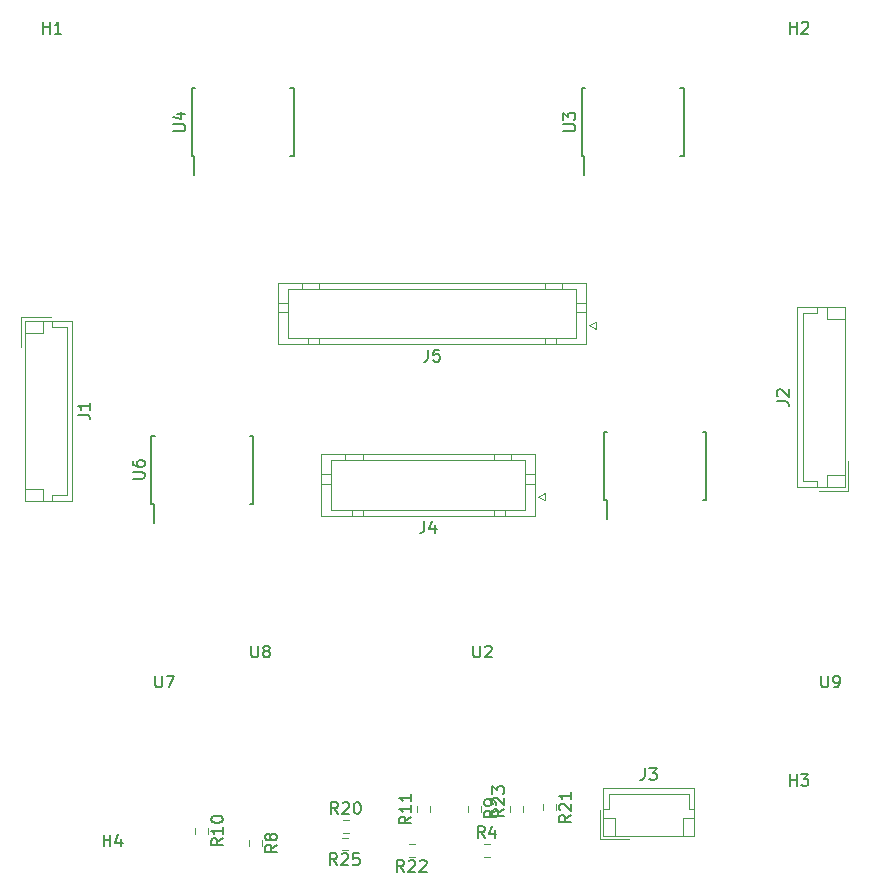
<source format=gbr>
%TF.GenerationSoftware,KiCad,Pcbnew,(7.0.0)*%
%TF.CreationDate,2024-03-07T06:24:16-03:00*%
%TF.ProjectId,pcb_peau_v1,7063625f-7065-4617-955f-76312e6b6963,rev?*%
%TF.SameCoordinates,Original*%
%TF.FileFunction,Legend,Top*%
%TF.FilePolarity,Positive*%
%FSLAX46Y46*%
G04 Gerber Fmt 4.6, Leading zero omitted, Abs format (unit mm)*
G04 Created by KiCad (PCBNEW (7.0.0)) date 2024-03-07 06:24:16*
%MOMM*%
%LPD*%
G01*
G04 APERTURE LIST*
%ADD10C,0.150000*%
%ADD11C,0.120000*%
G04 APERTURE END LIST*
D10*
%TO.C,U6*%
X182109380Y-84803904D02*
X182918904Y-84803904D01*
X182918904Y-84803904D02*
X183014142Y-84756285D01*
X183014142Y-84756285D02*
X183061761Y-84708666D01*
X183061761Y-84708666D02*
X183109380Y-84613428D01*
X183109380Y-84613428D02*
X183109380Y-84422952D01*
X183109380Y-84422952D02*
X183061761Y-84327714D01*
X183061761Y-84327714D02*
X183014142Y-84280095D01*
X183014142Y-84280095D02*
X182918904Y-84232476D01*
X182918904Y-84232476D02*
X182109380Y-84232476D01*
X182109380Y-83327714D02*
X182109380Y-83518190D01*
X182109380Y-83518190D02*
X182157000Y-83613428D01*
X182157000Y-83613428D02*
X182204619Y-83661047D01*
X182204619Y-83661047D02*
X182347476Y-83756285D01*
X182347476Y-83756285D02*
X182537952Y-83803904D01*
X182537952Y-83803904D02*
X182918904Y-83803904D01*
X182918904Y-83803904D02*
X183014142Y-83756285D01*
X183014142Y-83756285D02*
X183061761Y-83708666D01*
X183061761Y-83708666D02*
X183109380Y-83613428D01*
X183109380Y-83613428D02*
X183109380Y-83422952D01*
X183109380Y-83422952D02*
X183061761Y-83327714D01*
X183061761Y-83327714D02*
X183014142Y-83280095D01*
X183014142Y-83280095D02*
X182918904Y-83232476D01*
X182918904Y-83232476D02*
X182680809Y-83232476D01*
X182680809Y-83232476D02*
X182585571Y-83280095D01*
X182585571Y-83280095D02*
X182537952Y-83327714D01*
X182537952Y-83327714D02*
X182490333Y-83422952D01*
X182490333Y-83422952D02*
X182490333Y-83613428D01*
X182490333Y-83613428D02*
X182537952Y-83708666D01*
X182537952Y-83708666D02*
X182585571Y-83756285D01*
X182585571Y-83756285D02*
X182680809Y-83803904D01*
%TO.C,R10*%
X189737380Y-115254357D02*
X189261190Y-115587690D01*
X189737380Y-115825785D02*
X188737380Y-115825785D01*
X188737380Y-115825785D02*
X188737380Y-115444833D01*
X188737380Y-115444833D02*
X188785000Y-115349595D01*
X188785000Y-115349595D02*
X188832619Y-115301976D01*
X188832619Y-115301976D02*
X188927857Y-115254357D01*
X188927857Y-115254357D02*
X189070714Y-115254357D01*
X189070714Y-115254357D02*
X189165952Y-115301976D01*
X189165952Y-115301976D02*
X189213571Y-115349595D01*
X189213571Y-115349595D02*
X189261190Y-115444833D01*
X189261190Y-115444833D02*
X189261190Y-115825785D01*
X189737380Y-114301976D02*
X189737380Y-114873404D01*
X189737380Y-114587690D02*
X188737380Y-114587690D01*
X188737380Y-114587690D02*
X188880238Y-114682928D01*
X188880238Y-114682928D02*
X188975476Y-114778166D01*
X188975476Y-114778166D02*
X189023095Y-114873404D01*
X188737380Y-113682928D02*
X188737380Y-113587690D01*
X188737380Y-113587690D02*
X188785000Y-113492452D01*
X188785000Y-113492452D02*
X188832619Y-113444833D01*
X188832619Y-113444833D02*
X188927857Y-113397214D01*
X188927857Y-113397214D02*
X189118333Y-113349595D01*
X189118333Y-113349595D02*
X189356428Y-113349595D01*
X189356428Y-113349595D02*
X189546904Y-113397214D01*
X189546904Y-113397214D02*
X189642142Y-113444833D01*
X189642142Y-113444833D02*
X189689761Y-113492452D01*
X189689761Y-113492452D02*
X189737380Y-113587690D01*
X189737380Y-113587690D02*
X189737380Y-113682928D01*
X189737380Y-113682928D02*
X189689761Y-113778166D01*
X189689761Y-113778166D02*
X189642142Y-113825785D01*
X189642142Y-113825785D02*
X189546904Y-113873404D01*
X189546904Y-113873404D02*
X189356428Y-113921023D01*
X189356428Y-113921023D02*
X189118333Y-113921023D01*
X189118333Y-113921023D02*
X188927857Y-113873404D01*
X188927857Y-113873404D02*
X188832619Y-113825785D01*
X188832619Y-113825785D02*
X188785000Y-113778166D01*
X188785000Y-113778166D02*
X188737380Y-113682928D01*
%TO.C,U3*%
X218559380Y-55371904D02*
X219368904Y-55371904D01*
X219368904Y-55371904D02*
X219464142Y-55324285D01*
X219464142Y-55324285D02*
X219511761Y-55276666D01*
X219511761Y-55276666D02*
X219559380Y-55181428D01*
X219559380Y-55181428D02*
X219559380Y-54990952D01*
X219559380Y-54990952D02*
X219511761Y-54895714D01*
X219511761Y-54895714D02*
X219464142Y-54848095D01*
X219464142Y-54848095D02*
X219368904Y-54800476D01*
X219368904Y-54800476D02*
X218559380Y-54800476D01*
X218559380Y-54419523D02*
X218559380Y-53800476D01*
X218559380Y-53800476D02*
X218940333Y-54133809D01*
X218940333Y-54133809D02*
X218940333Y-53990952D01*
X218940333Y-53990952D02*
X218987952Y-53895714D01*
X218987952Y-53895714D02*
X219035571Y-53848095D01*
X219035571Y-53848095D02*
X219130809Y-53800476D01*
X219130809Y-53800476D02*
X219368904Y-53800476D01*
X219368904Y-53800476D02*
X219464142Y-53848095D01*
X219464142Y-53848095D02*
X219511761Y-53895714D01*
X219511761Y-53895714D02*
X219559380Y-53990952D01*
X219559380Y-53990952D02*
X219559380Y-54276666D01*
X219559380Y-54276666D02*
X219511761Y-54371904D01*
X219511761Y-54371904D02*
X219464142Y-54419523D01*
%TO.C,U7*%
X184023095Y-101475380D02*
X184023095Y-102284904D01*
X184023095Y-102284904D02*
X184070714Y-102380142D01*
X184070714Y-102380142D02*
X184118333Y-102427761D01*
X184118333Y-102427761D02*
X184213571Y-102475380D01*
X184213571Y-102475380D02*
X184404047Y-102475380D01*
X184404047Y-102475380D02*
X184499285Y-102427761D01*
X184499285Y-102427761D02*
X184546904Y-102380142D01*
X184546904Y-102380142D02*
X184594523Y-102284904D01*
X184594523Y-102284904D02*
X184594523Y-101475380D01*
X184975476Y-101475380D02*
X185642142Y-101475380D01*
X185642142Y-101475380D02*
X185213571Y-102475380D01*
%TO.C,U8*%
X192151095Y-98935380D02*
X192151095Y-99744904D01*
X192151095Y-99744904D02*
X192198714Y-99840142D01*
X192198714Y-99840142D02*
X192246333Y-99887761D01*
X192246333Y-99887761D02*
X192341571Y-99935380D01*
X192341571Y-99935380D02*
X192532047Y-99935380D01*
X192532047Y-99935380D02*
X192627285Y-99887761D01*
X192627285Y-99887761D02*
X192674904Y-99840142D01*
X192674904Y-99840142D02*
X192722523Y-99744904D01*
X192722523Y-99744904D02*
X192722523Y-98935380D01*
X193341571Y-99363952D02*
X193246333Y-99316333D01*
X193246333Y-99316333D02*
X193198714Y-99268714D01*
X193198714Y-99268714D02*
X193151095Y-99173476D01*
X193151095Y-99173476D02*
X193151095Y-99125857D01*
X193151095Y-99125857D02*
X193198714Y-99030619D01*
X193198714Y-99030619D02*
X193246333Y-98983000D01*
X193246333Y-98983000D02*
X193341571Y-98935380D01*
X193341571Y-98935380D02*
X193532047Y-98935380D01*
X193532047Y-98935380D02*
X193627285Y-98983000D01*
X193627285Y-98983000D02*
X193674904Y-99030619D01*
X193674904Y-99030619D02*
X193722523Y-99125857D01*
X193722523Y-99125857D02*
X193722523Y-99173476D01*
X193722523Y-99173476D02*
X193674904Y-99268714D01*
X193674904Y-99268714D02*
X193627285Y-99316333D01*
X193627285Y-99316333D02*
X193532047Y-99363952D01*
X193532047Y-99363952D02*
X193341571Y-99363952D01*
X193341571Y-99363952D02*
X193246333Y-99411571D01*
X193246333Y-99411571D02*
X193198714Y-99459190D01*
X193198714Y-99459190D02*
X193151095Y-99554428D01*
X193151095Y-99554428D02*
X193151095Y-99744904D01*
X193151095Y-99744904D02*
X193198714Y-99840142D01*
X193198714Y-99840142D02*
X193246333Y-99887761D01*
X193246333Y-99887761D02*
X193341571Y-99935380D01*
X193341571Y-99935380D02*
X193532047Y-99935380D01*
X193532047Y-99935380D02*
X193627285Y-99887761D01*
X193627285Y-99887761D02*
X193674904Y-99840142D01*
X193674904Y-99840142D02*
X193722523Y-99744904D01*
X193722523Y-99744904D02*
X193722523Y-99554428D01*
X193722523Y-99554428D02*
X193674904Y-99459190D01*
X193674904Y-99459190D02*
X193627285Y-99411571D01*
X193627285Y-99411571D02*
X193532047Y-99363952D01*
%TO.C,H1*%
X174498095Y-47113380D02*
X174498095Y-46113380D01*
X174498095Y-46589571D02*
X175069523Y-46589571D01*
X175069523Y-47113380D02*
X175069523Y-46113380D01*
X176069523Y-47113380D02*
X175498095Y-47113380D01*
X175783809Y-47113380D02*
X175783809Y-46113380D01*
X175783809Y-46113380D02*
X175688571Y-46256238D01*
X175688571Y-46256238D02*
X175593333Y-46351476D01*
X175593333Y-46351476D02*
X175498095Y-46399095D01*
%TO.C,J3*%
X225472666Y-109297380D02*
X225472666Y-110011666D01*
X225472666Y-110011666D02*
X225425047Y-110154523D01*
X225425047Y-110154523D02*
X225329809Y-110249761D01*
X225329809Y-110249761D02*
X225186952Y-110297380D01*
X225186952Y-110297380D02*
X225091714Y-110297380D01*
X225853619Y-109297380D02*
X226472666Y-109297380D01*
X226472666Y-109297380D02*
X226139333Y-109678333D01*
X226139333Y-109678333D02*
X226282190Y-109678333D01*
X226282190Y-109678333D02*
X226377428Y-109725952D01*
X226377428Y-109725952D02*
X226425047Y-109773571D01*
X226425047Y-109773571D02*
X226472666Y-109868809D01*
X226472666Y-109868809D02*
X226472666Y-110106904D01*
X226472666Y-110106904D02*
X226425047Y-110202142D01*
X226425047Y-110202142D02*
X226377428Y-110249761D01*
X226377428Y-110249761D02*
X226282190Y-110297380D01*
X226282190Y-110297380D02*
X225996476Y-110297380D01*
X225996476Y-110297380D02*
X225901238Y-110249761D01*
X225901238Y-110249761D02*
X225853619Y-110202142D01*
%TO.C,H3*%
X237744095Y-110821880D02*
X237744095Y-109821880D01*
X237744095Y-110298071D02*
X238315523Y-110298071D01*
X238315523Y-110821880D02*
X238315523Y-109821880D01*
X238696476Y-109821880D02*
X239315523Y-109821880D01*
X239315523Y-109821880D02*
X238982190Y-110202833D01*
X238982190Y-110202833D02*
X239125047Y-110202833D01*
X239125047Y-110202833D02*
X239220285Y-110250452D01*
X239220285Y-110250452D02*
X239267904Y-110298071D01*
X239267904Y-110298071D02*
X239315523Y-110393309D01*
X239315523Y-110393309D02*
X239315523Y-110631404D01*
X239315523Y-110631404D02*
X239267904Y-110726642D01*
X239267904Y-110726642D02*
X239220285Y-110774261D01*
X239220285Y-110774261D02*
X239125047Y-110821880D01*
X239125047Y-110821880D02*
X238839333Y-110821880D01*
X238839333Y-110821880D02*
X238744095Y-110774261D01*
X238744095Y-110774261D02*
X238696476Y-110726642D01*
%TO.C,R22*%
X205077142Y-118083380D02*
X204743809Y-117607190D01*
X204505714Y-118083380D02*
X204505714Y-117083380D01*
X204505714Y-117083380D02*
X204886666Y-117083380D01*
X204886666Y-117083380D02*
X204981904Y-117131000D01*
X204981904Y-117131000D02*
X205029523Y-117178619D01*
X205029523Y-117178619D02*
X205077142Y-117273857D01*
X205077142Y-117273857D02*
X205077142Y-117416714D01*
X205077142Y-117416714D02*
X205029523Y-117511952D01*
X205029523Y-117511952D02*
X204981904Y-117559571D01*
X204981904Y-117559571D02*
X204886666Y-117607190D01*
X204886666Y-117607190D02*
X204505714Y-117607190D01*
X205458095Y-117178619D02*
X205505714Y-117131000D01*
X205505714Y-117131000D02*
X205600952Y-117083380D01*
X205600952Y-117083380D02*
X205839047Y-117083380D01*
X205839047Y-117083380D02*
X205934285Y-117131000D01*
X205934285Y-117131000D02*
X205981904Y-117178619D01*
X205981904Y-117178619D02*
X206029523Y-117273857D01*
X206029523Y-117273857D02*
X206029523Y-117369095D01*
X206029523Y-117369095D02*
X205981904Y-117511952D01*
X205981904Y-117511952D02*
X205410476Y-118083380D01*
X205410476Y-118083380D02*
X206029523Y-118083380D01*
X206410476Y-117178619D02*
X206458095Y-117131000D01*
X206458095Y-117131000D02*
X206553333Y-117083380D01*
X206553333Y-117083380D02*
X206791428Y-117083380D01*
X206791428Y-117083380D02*
X206886666Y-117131000D01*
X206886666Y-117131000D02*
X206934285Y-117178619D01*
X206934285Y-117178619D02*
X206981904Y-117273857D01*
X206981904Y-117273857D02*
X206981904Y-117369095D01*
X206981904Y-117369095D02*
X206934285Y-117511952D01*
X206934285Y-117511952D02*
X206362857Y-118083380D01*
X206362857Y-118083380D02*
X206981904Y-118083380D01*
%TO.C,U2*%
X210947095Y-98935380D02*
X210947095Y-99744904D01*
X210947095Y-99744904D02*
X210994714Y-99840142D01*
X210994714Y-99840142D02*
X211042333Y-99887761D01*
X211042333Y-99887761D02*
X211137571Y-99935380D01*
X211137571Y-99935380D02*
X211328047Y-99935380D01*
X211328047Y-99935380D02*
X211423285Y-99887761D01*
X211423285Y-99887761D02*
X211470904Y-99840142D01*
X211470904Y-99840142D02*
X211518523Y-99744904D01*
X211518523Y-99744904D02*
X211518523Y-98935380D01*
X211947095Y-99030619D02*
X211994714Y-98983000D01*
X211994714Y-98983000D02*
X212089952Y-98935380D01*
X212089952Y-98935380D02*
X212328047Y-98935380D01*
X212328047Y-98935380D02*
X212423285Y-98983000D01*
X212423285Y-98983000D02*
X212470904Y-99030619D01*
X212470904Y-99030619D02*
X212518523Y-99125857D01*
X212518523Y-99125857D02*
X212518523Y-99221095D01*
X212518523Y-99221095D02*
X212470904Y-99363952D01*
X212470904Y-99363952D02*
X211899476Y-99935380D01*
X211899476Y-99935380D02*
X212518523Y-99935380D01*
%TO.C,H4*%
X179632095Y-115935380D02*
X179632095Y-114935380D01*
X179632095Y-115411571D02*
X180203523Y-115411571D01*
X180203523Y-115935380D02*
X180203523Y-114935380D01*
X181108285Y-115268714D02*
X181108285Y-115935380D01*
X180870190Y-114887761D02*
X180632095Y-115602047D01*
X180632095Y-115602047D02*
X181251142Y-115602047D01*
%TO.C,R4*%
X211903333Y-115223380D02*
X211570000Y-114747190D01*
X211331905Y-115223380D02*
X211331905Y-114223380D01*
X211331905Y-114223380D02*
X211712857Y-114223380D01*
X211712857Y-114223380D02*
X211808095Y-114271000D01*
X211808095Y-114271000D02*
X211855714Y-114318619D01*
X211855714Y-114318619D02*
X211903333Y-114413857D01*
X211903333Y-114413857D02*
X211903333Y-114556714D01*
X211903333Y-114556714D02*
X211855714Y-114651952D01*
X211855714Y-114651952D02*
X211808095Y-114699571D01*
X211808095Y-114699571D02*
X211712857Y-114747190D01*
X211712857Y-114747190D02*
X211331905Y-114747190D01*
X212760476Y-114556714D02*
X212760476Y-115223380D01*
X212522381Y-114175761D02*
X212284286Y-114890047D01*
X212284286Y-114890047D02*
X212903333Y-114890047D01*
%TO.C,U9*%
X240411095Y-101475380D02*
X240411095Y-102284904D01*
X240411095Y-102284904D02*
X240458714Y-102380142D01*
X240458714Y-102380142D02*
X240506333Y-102427761D01*
X240506333Y-102427761D02*
X240601571Y-102475380D01*
X240601571Y-102475380D02*
X240792047Y-102475380D01*
X240792047Y-102475380D02*
X240887285Y-102427761D01*
X240887285Y-102427761D02*
X240934904Y-102380142D01*
X240934904Y-102380142D02*
X240982523Y-102284904D01*
X240982523Y-102284904D02*
X240982523Y-101475380D01*
X241506333Y-102475380D02*
X241696809Y-102475380D01*
X241696809Y-102475380D02*
X241792047Y-102427761D01*
X241792047Y-102427761D02*
X241839666Y-102380142D01*
X241839666Y-102380142D02*
X241934904Y-102237285D01*
X241934904Y-102237285D02*
X241982523Y-102046809D01*
X241982523Y-102046809D02*
X241982523Y-101665857D01*
X241982523Y-101665857D02*
X241934904Y-101570619D01*
X241934904Y-101570619D02*
X241887285Y-101523000D01*
X241887285Y-101523000D02*
X241792047Y-101475380D01*
X241792047Y-101475380D02*
X241601571Y-101475380D01*
X241601571Y-101475380D02*
X241506333Y-101523000D01*
X241506333Y-101523000D02*
X241458714Y-101570619D01*
X241458714Y-101570619D02*
X241411095Y-101665857D01*
X241411095Y-101665857D02*
X241411095Y-101903952D01*
X241411095Y-101903952D02*
X241458714Y-101999190D01*
X241458714Y-101999190D02*
X241506333Y-102046809D01*
X241506333Y-102046809D02*
X241601571Y-102094428D01*
X241601571Y-102094428D02*
X241792047Y-102094428D01*
X241792047Y-102094428D02*
X241887285Y-102046809D01*
X241887285Y-102046809D02*
X241934904Y-101999190D01*
X241934904Y-101999190D02*
X241982523Y-101903952D01*
%TO.C,H2*%
X237744095Y-47113380D02*
X237744095Y-46113380D01*
X237744095Y-46589571D02*
X238315523Y-46589571D01*
X238315523Y-47113380D02*
X238315523Y-46113380D01*
X238744095Y-46208619D02*
X238791714Y-46161000D01*
X238791714Y-46161000D02*
X238886952Y-46113380D01*
X238886952Y-46113380D02*
X239125047Y-46113380D01*
X239125047Y-46113380D02*
X239220285Y-46161000D01*
X239220285Y-46161000D02*
X239267904Y-46208619D01*
X239267904Y-46208619D02*
X239315523Y-46303857D01*
X239315523Y-46303857D02*
X239315523Y-46399095D01*
X239315523Y-46399095D02*
X239267904Y-46541952D01*
X239267904Y-46541952D02*
X238696476Y-47113380D01*
X238696476Y-47113380D02*
X239315523Y-47113380D01*
%TO.C,R9*%
X212851380Y-112896666D02*
X212375190Y-113229999D01*
X212851380Y-113468094D02*
X211851380Y-113468094D01*
X211851380Y-113468094D02*
X211851380Y-113087142D01*
X211851380Y-113087142D02*
X211899000Y-112991904D01*
X211899000Y-112991904D02*
X211946619Y-112944285D01*
X211946619Y-112944285D02*
X212041857Y-112896666D01*
X212041857Y-112896666D02*
X212184714Y-112896666D01*
X212184714Y-112896666D02*
X212279952Y-112944285D01*
X212279952Y-112944285D02*
X212327571Y-112991904D01*
X212327571Y-112991904D02*
X212375190Y-113087142D01*
X212375190Y-113087142D02*
X212375190Y-113468094D01*
X212851380Y-112420475D02*
X212851380Y-112229999D01*
X212851380Y-112229999D02*
X212803761Y-112134761D01*
X212803761Y-112134761D02*
X212756142Y-112087142D01*
X212756142Y-112087142D02*
X212613285Y-111991904D01*
X212613285Y-111991904D02*
X212422809Y-111944285D01*
X212422809Y-111944285D02*
X212041857Y-111944285D01*
X212041857Y-111944285D02*
X211946619Y-111991904D01*
X211946619Y-111991904D02*
X211899000Y-112039523D01*
X211899000Y-112039523D02*
X211851380Y-112134761D01*
X211851380Y-112134761D02*
X211851380Y-112325237D01*
X211851380Y-112325237D02*
X211899000Y-112420475D01*
X211899000Y-112420475D02*
X211946619Y-112468094D01*
X211946619Y-112468094D02*
X212041857Y-112515713D01*
X212041857Y-112515713D02*
X212279952Y-112515713D01*
X212279952Y-112515713D02*
X212375190Y-112468094D01*
X212375190Y-112468094D02*
X212422809Y-112420475D01*
X212422809Y-112420475D02*
X212470428Y-112325237D01*
X212470428Y-112325237D02*
X212470428Y-112134761D01*
X212470428Y-112134761D02*
X212422809Y-112039523D01*
X212422809Y-112039523D02*
X212375190Y-111991904D01*
X212375190Y-111991904D02*
X212279952Y-111944285D01*
%TO.C,R8*%
X194309380Y-115794166D02*
X193833190Y-116127499D01*
X194309380Y-116365594D02*
X193309380Y-116365594D01*
X193309380Y-116365594D02*
X193309380Y-115984642D01*
X193309380Y-115984642D02*
X193357000Y-115889404D01*
X193357000Y-115889404D02*
X193404619Y-115841785D01*
X193404619Y-115841785D02*
X193499857Y-115794166D01*
X193499857Y-115794166D02*
X193642714Y-115794166D01*
X193642714Y-115794166D02*
X193737952Y-115841785D01*
X193737952Y-115841785D02*
X193785571Y-115889404D01*
X193785571Y-115889404D02*
X193833190Y-115984642D01*
X193833190Y-115984642D02*
X193833190Y-116365594D01*
X193737952Y-115222737D02*
X193690333Y-115317975D01*
X193690333Y-115317975D02*
X193642714Y-115365594D01*
X193642714Y-115365594D02*
X193547476Y-115413213D01*
X193547476Y-115413213D02*
X193499857Y-115413213D01*
X193499857Y-115413213D02*
X193404619Y-115365594D01*
X193404619Y-115365594D02*
X193357000Y-115317975D01*
X193357000Y-115317975D02*
X193309380Y-115222737D01*
X193309380Y-115222737D02*
X193309380Y-115032261D01*
X193309380Y-115032261D02*
X193357000Y-114937023D01*
X193357000Y-114937023D02*
X193404619Y-114889404D01*
X193404619Y-114889404D02*
X193499857Y-114841785D01*
X193499857Y-114841785D02*
X193547476Y-114841785D01*
X193547476Y-114841785D02*
X193642714Y-114889404D01*
X193642714Y-114889404D02*
X193690333Y-114937023D01*
X193690333Y-114937023D02*
X193737952Y-115032261D01*
X193737952Y-115032261D02*
X193737952Y-115222737D01*
X193737952Y-115222737D02*
X193785571Y-115317975D01*
X193785571Y-115317975D02*
X193833190Y-115365594D01*
X193833190Y-115365594D02*
X193928428Y-115413213D01*
X193928428Y-115413213D02*
X194118904Y-115413213D01*
X194118904Y-115413213D02*
X194214142Y-115365594D01*
X194214142Y-115365594D02*
X194261761Y-115317975D01*
X194261761Y-115317975D02*
X194309380Y-115222737D01*
X194309380Y-115222737D02*
X194309380Y-115032261D01*
X194309380Y-115032261D02*
X194261761Y-114937023D01*
X194261761Y-114937023D02*
X194214142Y-114889404D01*
X194214142Y-114889404D02*
X194118904Y-114841785D01*
X194118904Y-114841785D02*
X193928428Y-114841785D01*
X193928428Y-114841785D02*
X193833190Y-114889404D01*
X193833190Y-114889404D02*
X193785571Y-114937023D01*
X193785571Y-114937023D02*
X193737952Y-115032261D01*
%TO.C,R21*%
X219201380Y-113269357D02*
X218725190Y-113602690D01*
X219201380Y-113840785D02*
X218201380Y-113840785D01*
X218201380Y-113840785D02*
X218201380Y-113459833D01*
X218201380Y-113459833D02*
X218249000Y-113364595D01*
X218249000Y-113364595D02*
X218296619Y-113316976D01*
X218296619Y-113316976D02*
X218391857Y-113269357D01*
X218391857Y-113269357D02*
X218534714Y-113269357D01*
X218534714Y-113269357D02*
X218629952Y-113316976D01*
X218629952Y-113316976D02*
X218677571Y-113364595D01*
X218677571Y-113364595D02*
X218725190Y-113459833D01*
X218725190Y-113459833D02*
X218725190Y-113840785D01*
X218296619Y-112888404D02*
X218249000Y-112840785D01*
X218249000Y-112840785D02*
X218201380Y-112745547D01*
X218201380Y-112745547D02*
X218201380Y-112507452D01*
X218201380Y-112507452D02*
X218249000Y-112412214D01*
X218249000Y-112412214D02*
X218296619Y-112364595D01*
X218296619Y-112364595D02*
X218391857Y-112316976D01*
X218391857Y-112316976D02*
X218487095Y-112316976D01*
X218487095Y-112316976D02*
X218629952Y-112364595D01*
X218629952Y-112364595D02*
X219201380Y-112936023D01*
X219201380Y-112936023D02*
X219201380Y-112316976D01*
X219201380Y-111364595D02*
X219201380Y-111936023D01*
X219201380Y-111650309D02*
X218201380Y-111650309D01*
X218201380Y-111650309D02*
X218344238Y-111745547D01*
X218344238Y-111745547D02*
X218439476Y-111840785D01*
X218439476Y-111840785D02*
X218487095Y-111936023D01*
%TO.C,J2*%
X236629380Y-78239333D02*
X237343666Y-78239333D01*
X237343666Y-78239333D02*
X237486523Y-78286952D01*
X237486523Y-78286952D02*
X237581761Y-78382190D01*
X237581761Y-78382190D02*
X237629380Y-78525047D01*
X237629380Y-78525047D02*
X237629380Y-78620285D01*
X236724619Y-77810761D02*
X236677000Y-77763142D01*
X236677000Y-77763142D02*
X236629380Y-77667904D01*
X236629380Y-77667904D02*
X236629380Y-77429809D01*
X236629380Y-77429809D02*
X236677000Y-77334571D01*
X236677000Y-77334571D02*
X236724619Y-77286952D01*
X236724619Y-77286952D02*
X236819857Y-77239333D01*
X236819857Y-77239333D02*
X236915095Y-77239333D01*
X236915095Y-77239333D02*
X237057952Y-77286952D01*
X237057952Y-77286952D02*
X237629380Y-77858380D01*
X237629380Y-77858380D02*
X237629380Y-77239333D01*
%TO.C,J4*%
X206788666Y-88395380D02*
X206788666Y-89109666D01*
X206788666Y-89109666D02*
X206741047Y-89252523D01*
X206741047Y-89252523D02*
X206645809Y-89347761D01*
X206645809Y-89347761D02*
X206502952Y-89395380D01*
X206502952Y-89395380D02*
X206407714Y-89395380D01*
X207693428Y-88728714D02*
X207693428Y-89395380D01*
X207455333Y-88347761D02*
X207217238Y-89062047D01*
X207217238Y-89062047D02*
X207836285Y-89062047D01*
%TO.C,J1*%
X177459380Y-79375333D02*
X178173666Y-79375333D01*
X178173666Y-79375333D02*
X178316523Y-79422952D01*
X178316523Y-79422952D02*
X178411761Y-79518190D01*
X178411761Y-79518190D02*
X178459380Y-79661047D01*
X178459380Y-79661047D02*
X178459380Y-79756285D01*
X178459380Y-78375333D02*
X178459380Y-78946761D01*
X178459380Y-78661047D02*
X177459380Y-78661047D01*
X177459380Y-78661047D02*
X177602238Y-78756285D01*
X177602238Y-78756285D02*
X177697476Y-78851523D01*
X177697476Y-78851523D02*
X177745095Y-78946761D01*
%TO.C,R23*%
X213547380Y-112761357D02*
X213071190Y-113094690D01*
X213547380Y-113332785D02*
X212547380Y-113332785D01*
X212547380Y-113332785D02*
X212547380Y-112951833D01*
X212547380Y-112951833D02*
X212595000Y-112856595D01*
X212595000Y-112856595D02*
X212642619Y-112808976D01*
X212642619Y-112808976D02*
X212737857Y-112761357D01*
X212737857Y-112761357D02*
X212880714Y-112761357D01*
X212880714Y-112761357D02*
X212975952Y-112808976D01*
X212975952Y-112808976D02*
X213023571Y-112856595D01*
X213023571Y-112856595D02*
X213071190Y-112951833D01*
X213071190Y-112951833D02*
X213071190Y-113332785D01*
X212642619Y-112380404D02*
X212595000Y-112332785D01*
X212595000Y-112332785D02*
X212547380Y-112237547D01*
X212547380Y-112237547D02*
X212547380Y-111999452D01*
X212547380Y-111999452D02*
X212595000Y-111904214D01*
X212595000Y-111904214D02*
X212642619Y-111856595D01*
X212642619Y-111856595D02*
X212737857Y-111808976D01*
X212737857Y-111808976D02*
X212833095Y-111808976D01*
X212833095Y-111808976D02*
X212975952Y-111856595D01*
X212975952Y-111856595D02*
X213547380Y-112428023D01*
X213547380Y-112428023D02*
X213547380Y-111808976D01*
X212547380Y-111475642D02*
X212547380Y-110856595D01*
X212547380Y-110856595D02*
X212928333Y-111189928D01*
X212928333Y-111189928D02*
X212928333Y-111047071D01*
X212928333Y-111047071D02*
X212975952Y-110951833D01*
X212975952Y-110951833D02*
X213023571Y-110904214D01*
X213023571Y-110904214D02*
X213118809Y-110856595D01*
X213118809Y-110856595D02*
X213356904Y-110856595D01*
X213356904Y-110856595D02*
X213452142Y-110904214D01*
X213452142Y-110904214D02*
X213499761Y-110951833D01*
X213499761Y-110951833D02*
X213547380Y-111047071D01*
X213547380Y-111047071D02*
X213547380Y-111332785D01*
X213547380Y-111332785D02*
X213499761Y-111428023D01*
X213499761Y-111428023D02*
X213452142Y-111475642D01*
%TO.C,U4*%
X185539380Y-55371904D02*
X186348904Y-55371904D01*
X186348904Y-55371904D02*
X186444142Y-55324285D01*
X186444142Y-55324285D02*
X186491761Y-55276666D01*
X186491761Y-55276666D02*
X186539380Y-55181428D01*
X186539380Y-55181428D02*
X186539380Y-54990952D01*
X186539380Y-54990952D02*
X186491761Y-54895714D01*
X186491761Y-54895714D02*
X186444142Y-54848095D01*
X186444142Y-54848095D02*
X186348904Y-54800476D01*
X186348904Y-54800476D02*
X185539380Y-54800476D01*
X185872714Y-53895714D02*
X186539380Y-53895714D01*
X185491761Y-54133809D02*
X186206047Y-54371904D01*
X186206047Y-54371904D02*
X186206047Y-53752857D01*
%TO.C,R11*%
X205673380Y-113419857D02*
X205197190Y-113753190D01*
X205673380Y-113991285D02*
X204673380Y-113991285D01*
X204673380Y-113991285D02*
X204673380Y-113610333D01*
X204673380Y-113610333D02*
X204721000Y-113515095D01*
X204721000Y-113515095D02*
X204768619Y-113467476D01*
X204768619Y-113467476D02*
X204863857Y-113419857D01*
X204863857Y-113419857D02*
X205006714Y-113419857D01*
X205006714Y-113419857D02*
X205101952Y-113467476D01*
X205101952Y-113467476D02*
X205149571Y-113515095D01*
X205149571Y-113515095D02*
X205197190Y-113610333D01*
X205197190Y-113610333D02*
X205197190Y-113991285D01*
X205673380Y-112467476D02*
X205673380Y-113038904D01*
X205673380Y-112753190D02*
X204673380Y-112753190D01*
X204673380Y-112753190D02*
X204816238Y-112848428D01*
X204816238Y-112848428D02*
X204911476Y-112943666D01*
X204911476Y-112943666D02*
X204959095Y-113038904D01*
X205673380Y-111515095D02*
X205673380Y-112086523D01*
X205673380Y-111800809D02*
X204673380Y-111800809D01*
X204673380Y-111800809D02*
X204816238Y-111896047D01*
X204816238Y-111896047D02*
X204911476Y-111991285D01*
X204911476Y-111991285D02*
X204959095Y-112086523D01*
%TO.C,J5*%
X207106666Y-73885380D02*
X207106666Y-74599666D01*
X207106666Y-74599666D02*
X207059047Y-74742523D01*
X207059047Y-74742523D02*
X206963809Y-74837761D01*
X206963809Y-74837761D02*
X206820952Y-74885380D01*
X206820952Y-74885380D02*
X206725714Y-74885380D01*
X208059047Y-73885380D02*
X207582857Y-73885380D01*
X207582857Y-73885380D02*
X207535238Y-74361571D01*
X207535238Y-74361571D02*
X207582857Y-74313952D01*
X207582857Y-74313952D02*
X207678095Y-74266333D01*
X207678095Y-74266333D02*
X207916190Y-74266333D01*
X207916190Y-74266333D02*
X208011428Y-74313952D01*
X208011428Y-74313952D02*
X208059047Y-74361571D01*
X208059047Y-74361571D02*
X208106666Y-74456809D01*
X208106666Y-74456809D02*
X208106666Y-74694904D01*
X208106666Y-74694904D02*
X208059047Y-74790142D01*
X208059047Y-74790142D02*
X208011428Y-74837761D01*
X208011428Y-74837761D02*
X207916190Y-74885380D01*
X207916190Y-74885380D02*
X207678095Y-74885380D01*
X207678095Y-74885380D02*
X207582857Y-74837761D01*
X207582857Y-74837761D02*
X207535238Y-74790142D01*
%TO.C,R20*%
X199489142Y-113191380D02*
X199155809Y-112715190D01*
X198917714Y-113191380D02*
X198917714Y-112191380D01*
X198917714Y-112191380D02*
X199298666Y-112191380D01*
X199298666Y-112191380D02*
X199393904Y-112239000D01*
X199393904Y-112239000D02*
X199441523Y-112286619D01*
X199441523Y-112286619D02*
X199489142Y-112381857D01*
X199489142Y-112381857D02*
X199489142Y-112524714D01*
X199489142Y-112524714D02*
X199441523Y-112619952D01*
X199441523Y-112619952D02*
X199393904Y-112667571D01*
X199393904Y-112667571D02*
X199298666Y-112715190D01*
X199298666Y-112715190D02*
X198917714Y-112715190D01*
X199870095Y-112286619D02*
X199917714Y-112239000D01*
X199917714Y-112239000D02*
X200012952Y-112191380D01*
X200012952Y-112191380D02*
X200251047Y-112191380D01*
X200251047Y-112191380D02*
X200346285Y-112239000D01*
X200346285Y-112239000D02*
X200393904Y-112286619D01*
X200393904Y-112286619D02*
X200441523Y-112381857D01*
X200441523Y-112381857D02*
X200441523Y-112477095D01*
X200441523Y-112477095D02*
X200393904Y-112619952D01*
X200393904Y-112619952D02*
X199822476Y-113191380D01*
X199822476Y-113191380D02*
X200441523Y-113191380D01*
X201060571Y-112191380D02*
X201155809Y-112191380D01*
X201155809Y-112191380D02*
X201251047Y-112239000D01*
X201251047Y-112239000D02*
X201298666Y-112286619D01*
X201298666Y-112286619D02*
X201346285Y-112381857D01*
X201346285Y-112381857D02*
X201393904Y-112572333D01*
X201393904Y-112572333D02*
X201393904Y-112810428D01*
X201393904Y-112810428D02*
X201346285Y-113000904D01*
X201346285Y-113000904D02*
X201298666Y-113096142D01*
X201298666Y-113096142D02*
X201251047Y-113143761D01*
X201251047Y-113143761D02*
X201155809Y-113191380D01*
X201155809Y-113191380D02*
X201060571Y-113191380D01*
X201060571Y-113191380D02*
X200965333Y-113143761D01*
X200965333Y-113143761D02*
X200917714Y-113096142D01*
X200917714Y-113096142D02*
X200870095Y-113000904D01*
X200870095Y-113000904D02*
X200822476Y-112810428D01*
X200822476Y-112810428D02*
X200822476Y-112572333D01*
X200822476Y-112572333D02*
X200870095Y-112381857D01*
X200870095Y-112381857D02*
X200917714Y-112286619D01*
X200917714Y-112286619D02*
X200965333Y-112239000D01*
X200965333Y-112239000D02*
X201060571Y-112191380D01*
%TO.C,R25*%
X199401642Y-117513880D02*
X199068309Y-117037690D01*
X198830214Y-117513880D02*
X198830214Y-116513880D01*
X198830214Y-116513880D02*
X199211166Y-116513880D01*
X199211166Y-116513880D02*
X199306404Y-116561500D01*
X199306404Y-116561500D02*
X199354023Y-116609119D01*
X199354023Y-116609119D02*
X199401642Y-116704357D01*
X199401642Y-116704357D02*
X199401642Y-116847214D01*
X199401642Y-116847214D02*
X199354023Y-116942452D01*
X199354023Y-116942452D02*
X199306404Y-116990071D01*
X199306404Y-116990071D02*
X199211166Y-117037690D01*
X199211166Y-117037690D02*
X198830214Y-117037690D01*
X199782595Y-116609119D02*
X199830214Y-116561500D01*
X199830214Y-116561500D02*
X199925452Y-116513880D01*
X199925452Y-116513880D02*
X200163547Y-116513880D01*
X200163547Y-116513880D02*
X200258785Y-116561500D01*
X200258785Y-116561500D02*
X200306404Y-116609119D01*
X200306404Y-116609119D02*
X200354023Y-116704357D01*
X200354023Y-116704357D02*
X200354023Y-116799595D01*
X200354023Y-116799595D02*
X200306404Y-116942452D01*
X200306404Y-116942452D02*
X199734976Y-117513880D01*
X199734976Y-117513880D02*
X200354023Y-117513880D01*
X201258785Y-116513880D02*
X200782595Y-116513880D01*
X200782595Y-116513880D02*
X200734976Y-116990071D01*
X200734976Y-116990071D02*
X200782595Y-116942452D01*
X200782595Y-116942452D02*
X200877833Y-116894833D01*
X200877833Y-116894833D02*
X201115928Y-116894833D01*
X201115928Y-116894833D02*
X201211166Y-116942452D01*
X201211166Y-116942452D02*
X201258785Y-116990071D01*
X201258785Y-116990071D02*
X201306404Y-117085309D01*
X201306404Y-117085309D02*
X201306404Y-117323404D01*
X201306404Y-117323404D02*
X201258785Y-117418642D01*
X201258785Y-117418642D02*
X201211166Y-117466261D01*
X201211166Y-117466261D02*
X201115928Y-117513880D01*
X201115928Y-117513880D02*
X200877833Y-117513880D01*
X200877833Y-117513880D02*
X200782595Y-117466261D01*
X200782595Y-117466261D02*
X200734976Y-117418642D01*
%TO.C,U5*%
X222002000Y-86619000D02*
X222227000Y-86619000D01*
X222002000Y-86619000D02*
X222002000Y-80869000D01*
X222227000Y-86619000D02*
X222227000Y-88219000D01*
X230652000Y-86619000D02*
X230352000Y-86619000D01*
X230652000Y-86619000D02*
X230652000Y-80869000D01*
X222002000Y-80869000D02*
X222302000Y-80869000D01*
X230652000Y-80869000D02*
X230352000Y-80869000D01*
%TO.C,U6*%
X192317000Y-81167000D02*
X192017000Y-81167000D01*
X183667000Y-81167000D02*
X183967000Y-81167000D01*
X192317000Y-86917000D02*
X192317000Y-81167000D01*
X192317000Y-86917000D02*
X192017000Y-86917000D01*
X183892000Y-86917000D02*
X183892000Y-88517000D01*
X183667000Y-86917000D02*
X183667000Y-81167000D01*
X183667000Y-86917000D02*
X183892000Y-86917000D01*
D11*
%TO.C,R10*%
X188462500Y-114356776D02*
X188462500Y-114866224D01*
X187417500Y-114356776D02*
X187417500Y-114866224D01*
D10*
%TO.C,U3*%
X220117000Y-57485000D02*
X220342000Y-57485000D01*
X220117000Y-57485000D02*
X220117000Y-51735000D01*
X220342000Y-57485000D02*
X220342000Y-59085000D01*
X228767000Y-57485000D02*
X228467000Y-57485000D01*
X228767000Y-57485000D02*
X228767000Y-51735000D01*
X220117000Y-51735000D02*
X220417000Y-51735000D01*
X228767000Y-51735000D02*
X228467000Y-51735000D01*
D11*
%TO.C,J3*%
X221646000Y-112840000D02*
X221646000Y-115340000D01*
X221646000Y-115340000D02*
X224146000Y-115340000D01*
X221946000Y-111020000D02*
X221946000Y-115040000D01*
X221946000Y-112730000D02*
X222446000Y-112730000D01*
X221946000Y-113540000D02*
X222946000Y-113540000D01*
X221946000Y-115040000D02*
X229666000Y-115040000D01*
X222446000Y-111520000D02*
X229166000Y-111520000D01*
X222446000Y-112730000D02*
X222446000Y-111520000D01*
X222946000Y-113540000D02*
X222946000Y-115040000D01*
X228666000Y-113540000D02*
X228666000Y-115040000D01*
X229166000Y-111520000D02*
X229166000Y-112730000D01*
X229166000Y-112730000D02*
X229666000Y-112730000D01*
X229666000Y-111020000D02*
X221946000Y-111020000D01*
X229666000Y-113540000D02*
X228666000Y-113540000D01*
X229666000Y-115040000D02*
X229666000Y-111020000D01*
%TO.C,R22*%
X205974724Y-116808500D02*
X205465276Y-116808500D01*
X205974724Y-115763500D02*
X205465276Y-115763500D01*
%TO.C,R4*%
X211815276Y-115763500D02*
X212324724Y-115763500D01*
X211815276Y-116808500D02*
X212324724Y-116808500D01*
%TO.C,R9*%
X211576500Y-112475276D02*
X211576500Y-112984724D01*
X210531500Y-112475276D02*
X210531500Y-112984724D01*
%TO.C,R8*%
X193034500Y-115372776D02*
X193034500Y-115882224D01*
X191989500Y-115372776D02*
X191989500Y-115882224D01*
%TO.C,R21*%
X217926500Y-112371776D02*
X217926500Y-112881224D01*
X216881500Y-112371776D02*
X216881500Y-112881224D01*
%TO.C,J2*%
X240172000Y-85816000D02*
X242672000Y-85816000D01*
X242672000Y-85816000D02*
X242672000Y-83316000D01*
X238352000Y-85516000D02*
X242372000Y-85516000D01*
X240062000Y-85516000D02*
X240062000Y-85016000D01*
X240872000Y-85516000D02*
X240872000Y-84516000D01*
X242372000Y-85516000D02*
X242372000Y-70296000D01*
X238852000Y-85016000D02*
X238852000Y-70796000D01*
X240062000Y-85016000D02*
X238852000Y-85016000D01*
X240872000Y-84516000D02*
X242372000Y-84516000D01*
X240872000Y-71296000D02*
X242372000Y-71296000D01*
X238852000Y-70796000D02*
X240062000Y-70796000D01*
X240062000Y-70796000D02*
X240062000Y-70296000D01*
X238352000Y-70296000D02*
X238352000Y-85516000D01*
X240872000Y-70296000D02*
X240872000Y-71296000D01*
X242372000Y-70296000D02*
X238352000Y-70296000D01*
%TO.C,J4*%
X216982000Y-86628000D02*
X216382000Y-86328000D01*
X216982000Y-86028000D02*
X216982000Y-86628000D01*
X216382000Y-86328000D02*
X216982000Y-86028000D01*
X216182000Y-87938000D02*
X216182000Y-82718000D01*
X216182000Y-85228000D02*
X215322000Y-85228000D01*
X216182000Y-84428000D02*
X215322000Y-84428000D01*
X216182000Y-82718000D02*
X198062000Y-82718000D01*
X215322000Y-87428000D02*
X215322000Y-83228000D01*
X215322000Y-83228000D02*
X198922000Y-83228000D01*
X214152000Y-82718000D02*
X214152000Y-83228000D01*
X213592000Y-87938000D02*
X213592000Y-87428000D01*
X212652000Y-87938000D02*
X212652000Y-87428000D01*
X212652000Y-82718000D02*
X212652000Y-83228000D01*
X201592000Y-87938000D02*
X201592000Y-87428000D01*
X201592000Y-82718000D02*
X201592000Y-83228000D01*
X200652000Y-87938000D02*
X200652000Y-87428000D01*
X200092000Y-82718000D02*
X200092000Y-83228000D01*
X198922000Y-87428000D02*
X215322000Y-87428000D01*
X198922000Y-83228000D02*
X198922000Y-87428000D01*
X198062000Y-87938000D02*
X216182000Y-87938000D01*
X198062000Y-85228000D02*
X198922000Y-85228000D01*
X198062000Y-84428000D02*
X198922000Y-84428000D01*
X198062000Y-82718000D02*
X198062000Y-87938000D01*
%TO.C,J1*%
X175182000Y-71132000D02*
X172682000Y-71132000D01*
X172682000Y-71132000D02*
X172682000Y-73632000D01*
X177002000Y-71432000D02*
X172982000Y-71432000D01*
X175292000Y-71432000D02*
X175292000Y-71932000D01*
X174482000Y-71432000D02*
X174482000Y-72432000D01*
X172982000Y-71432000D02*
X172982000Y-86652000D01*
X176502000Y-71932000D02*
X176502000Y-86152000D01*
X175292000Y-71932000D02*
X176502000Y-71932000D01*
X174482000Y-72432000D02*
X172982000Y-72432000D01*
X174482000Y-85652000D02*
X172982000Y-85652000D01*
X176502000Y-86152000D02*
X175292000Y-86152000D01*
X175292000Y-86152000D02*
X175292000Y-86652000D01*
X177002000Y-86652000D02*
X177002000Y-71432000D01*
X174482000Y-86652000D02*
X174482000Y-85652000D01*
X172982000Y-86652000D02*
X177002000Y-86652000D01*
%TO.C,R23*%
X214087500Y-112984724D02*
X214087500Y-112475276D01*
X215132500Y-112984724D02*
X215132500Y-112475276D01*
D10*
%TO.C,U4*%
X187097000Y-57485000D02*
X187322000Y-57485000D01*
X187097000Y-57485000D02*
X187097000Y-51735000D01*
X187322000Y-57485000D02*
X187322000Y-59085000D01*
X195747000Y-57485000D02*
X195447000Y-57485000D01*
X195747000Y-57485000D02*
X195747000Y-51735000D01*
X187097000Y-51735000D02*
X187397000Y-51735000D01*
X195747000Y-51735000D02*
X195447000Y-51735000D01*
D11*
%TO.C,R11*%
X206213500Y-113031724D02*
X206213500Y-112522276D01*
X207258500Y-113031724D02*
X207258500Y-112522276D01*
%TO.C,J5*%
X221300000Y-72118000D02*
X220700000Y-71818000D01*
X221300000Y-71518000D02*
X221300000Y-72118000D01*
X220700000Y-71818000D02*
X221300000Y-71518000D01*
X220500000Y-73428000D02*
X220500000Y-68208000D01*
X220500000Y-70718000D02*
X219640000Y-70718000D01*
X220500000Y-69918000D02*
X219640000Y-69918000D01*
X220500000Y-68208000D02*
X194380000Y-68208000D01*
X219640000Y-72918000D02*
X219640000Y-68718000D01*
X219640000Y-68718000D02*
X195240000Y-68718000D01*
X218470000Y-68208000D02*
X218470000Y-68718000D01*
X217910000Y-73428000D02*
X217910000Y-72918000D01*
X216970000Y-73428000D02*
X216970000Y-72918000D01*
X216970000Y-68208000D02*
X216970000Y-68718000D01*
X197910000Y-73428000D02*
X197910000Y-72918000D01*
X197910000Y-68208000D02*
X197910000Y-68718000D01*
X196970000Y-73428000D02*
X196970000Y-72918000D01*
X196410000Y-68208000D02*
X196410000Y-68718000D01*
X195240000Y-72918000D02*
X219640000Y-72918000D01*
X195240000Y-68718000D02*
X195240000Y-72918000D01*
X194380000Y-73428000D02*
X220500000Y-73428000D01*
X194380000Y-70718000D02*
X195240000Y-70718000D01*
X194380000Y-69918000D02*
X195240000Y-69918000D01*
X194380000Y-68208000D02*
X194380000Y-73428000D01*
%TO.C,R20*%
X199877276Y-113731500D02*
X200386724Y-113731500D01*
X199877276Y-114776500D02*
X200386724Y-114776500D01*
%TO.C,R25*%
X200299224Y-116239000D02*
X199789776Y-116239000D01*
X200299224Y-115194000D02*
X199789776Y-115194000D01*
%TD*%
M02*

</source>
